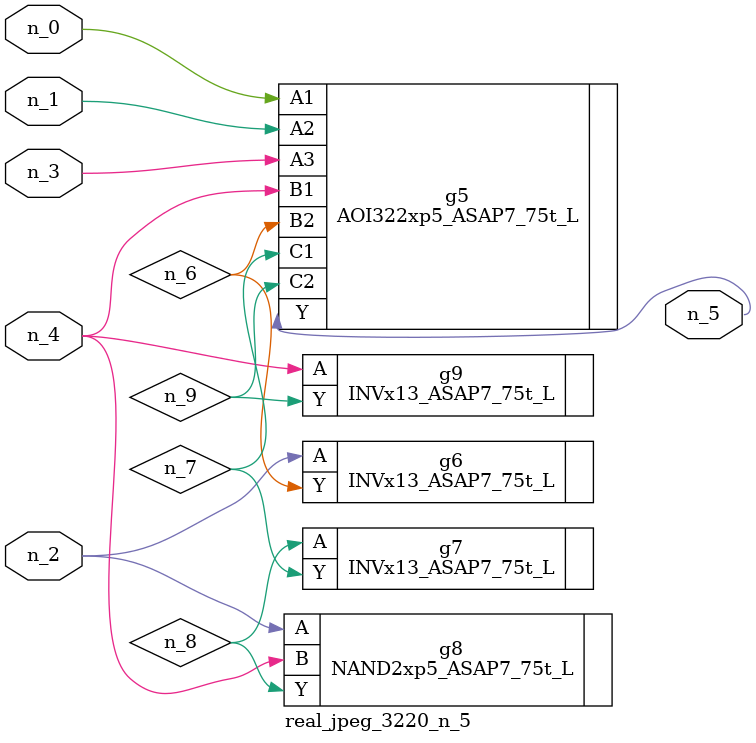
<source format=v>
module real_jpeg_3220_n_5 (n_4, n_0, n_1, n_2, n_3, n_5);

input n_4;
input n_0;
input n_1;
input n_2;
input n_3;

output n_5;

wire n_8;
wire n_6;
wire n_7;
wire n_9;

AOI322xp5_ASAP7_75t_L g5 ( 
.A1(n_0),
.A2(n_1),
.A3(n_3),
.B1(n_4),
.B2(n_6),
.C1(n_7),
.C2(n_9),
.Y(n_5)
);

INVx13_ASAP7_75t_L g6 ( 
.A(n_2),
.Y(n_6)
);

NAND2xp5_ASAP7_75t_L g8 ( 
.A(n_2),
.B(n_4),
.Y(n_8)
);

INVx13_ASAP7_75t_L g9 ( 
.A(n_4),
.Y(n_9)
);

INVx13_ASAP7_75t_L g7 ( 
.A(n_8),
.Y(n_7)
);


endmodule
</source>
